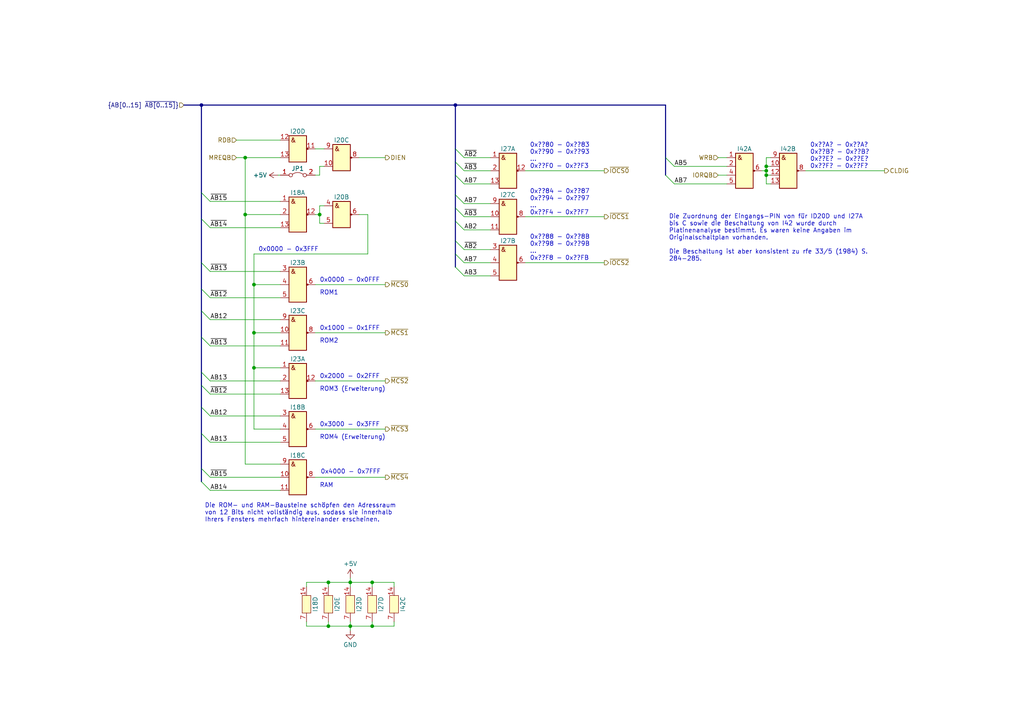
<source format=kicad_sch>
(kicad_sch (version 20230121) (generator eeschema)
  (paper "A4")
  (title_block (title "Adressdekoder"))
  (lib_symbols
    (symbol "Jumper:Jumper_2_Bridged" (pin_names (offset 0) hide)
      (property "Reference" "JP" (at 0 1.905 0))
      (property "Value" "Jumper_2_Bridged" (at 0 -2.54 0))
      (symbol "Jumper_2_Bridged_0_0"
        (circle (center -2.032 0) (radius 0.508))
        (circle (center 2.032 0) (radius 0.508))
      )
      (symbol "Jumper_2_Bridged_0_1"
        (arc (start 1.524 0.254) (mid 0 0.762) (end -1.524 0.254))
      )
      (symbol "Jumper_2_Bridged_1_1"
        (pin passive line (at -5.08 0 0) (length 2.54) (name "A") (number "1"))
        (pin passive line (at 5.08 0 180) (length 2.54) (name "B") (number "2"))
      )
    )
    (symbol "RFT_Digitalschaltkreise:D100D" (pin_names (offset 1.016) hide)
      (property "Reference" "U" (at 0 5.08 0))
      (property "Value" "D100D" (at 0 -5.08 0))
      (symbol "D100D_1_0"
        (pin output line (at 5.08 0 180) (length 2.54) (name "Y1") (number "3"))
      )
      (symbol "D100D_1_1"
        (rectangle (start -2.54 3.81) (end 2.54 -3.81) (stroke (width 0.254)) (fill (type background)))
        (circle (center 2.8448 0) (radius 0.2032) (fill (type outline)))
        (text "&" (at -1.27 2.54 0) (effects (font (size 1.27 1.27))))
        (pin input line (at -5.08 2.54 0) (length 2.54) (name "A1") (number "1"))
        (pin input line (at -5.08 -2.54 0) (length 2.54) (name "B1") (number "2"))
      )
      (symbol "D100D_2_0"
        (pin input line (at -5.08 2.54 0) (length 2.54) (name "A2") (number "4"))
        (pin input line (at -5.08 -2.54 0) (length 2.54) (name "B2") (number "5"))
        (pin output line (at 5.08 0 180) (length 2.54) (name "Y2") (number "6"))
      )
      (symbol "D100D_2_1"
        (rectangle (start -2.54 3.81) (end 2.54 -3.81) (stroke (width 0.254)) (fill (type background)))
        (circle (center 2.8448 0) (radius 0.2032) (fill (type outline)))
        (text "&" (at -1.27 2.54 0) (effects (font (size 1.27 1.27))))
      )
      (symbol "D100D_3_0"
        (pin output line (at 5.08 0 180) (length 2.54) (name "Y3") (number "8"))
      )
      (symbol "D100D_3_1"
        (rectangle (start -2.54 3.81) (end 2.54 -3.81) (stroke (width 0.254)) (fill (type background)))
        (circle (center 2.8448 0) (radius 0.2032) (fill (type outline)))
        (text "&" (at -1.27 2.54 0) (effects (font (size 1.27 1.27))))
        (pin input line (at -5.08 -2.54 0) (length 2.54) (name "B3") (number "10"))
        (pin input line (at -5.08 2.54 0) (length 2.54) (name "A3") (number "9"))
      )
      (symbol "D100D_4_0"
        (pin output line (at 5.08 0 180) (length 2.54) (name "Y4") (number "11"))
      )
      (symbol "D100D_4_1"
        (rectangle (start -2.54 3.81) (end 2.54 -3.81) (stroke (width 0.254)) (fill (type background)))
        (circle (center 2.8448 0) (radius 0.2032) (fill (type outline)))
        (text "&" (at -1.27 2.54 0) (effects (font (size 1.27 1.27))))
        (pin input line (at -5.08 2.54 0) (length 2.54) (name "A4") (number "12"))
        (pin input line (at -5.08 -2.54 0) (length 2.54) (name "B4") (number "13"))
      )
      (symbol "D100D_5_1"
        (rectangle (start -1.27 2.54) (end 1.27 -2.54) (fill (type background)))
        (pin power_in line (at 0 5.08 270) (length 2.54) (name "Vcc") (number "14"))
        (pin power_in line (at 0 -5.08 90) (length 2.54) (name "GND") (number "7"))
      )
    )
    (symbol "RFT_Digitalschaltkreise:D110D" (pin_names (offset 1.016) hide)
      (property "Reference" "U" (at 0 6.35 0))
      (property "Value" "D110D" (at 0 -6.35 0))
      (symbol "D110D_1_0"
        (pin output line (at 5.08 0 180) (length 2.54) (name "Y1") (number "12"))
      )
      (symbol "D110D_1_1"
        (rectangle (start -2.54 5.08) (end 2.54 -5.08) (stroke (width 0.254)) (fill (type background)))
        (circle (center 2.8448 0) (radius 0.2032) (fill (type outline)))
        (text "&" (at -1.27 3.81 0) (effects (font (size 1.27 1.27))))
        (pin input line (at -5.08 3.81 0) (length 2.54) (name "A1") (number "1"))
        (pin input line (at -5.08 -3.81 0) (length 2.54) (name "C1") (number "13"))
        (pin input line (at -5.08 0 0) (length 2.54) (name "B1") (number "2"))
      )
      (symbol "D110D_2_1"
        (rectangle (start -2.54 5.08) (end 2.54 -5.08) (stroke (width 0.254)) (fill (type background)))
        (circle (center 2.8448 0) (radius 0.2032) (fill (type outline)))
        (text "&" (at -1.27 3.81 0) (effects (font (size 1.27 1.27))))
        (pin input line (at -5.08 3.81 0) (length 2.54) (name "A2") (number "3"))
        (pin input line (at -5.08 0 0) (length 2.54) (name "B2") (number "4"))
        (pin input line (at -5.08 -3.81 0) (length 2.54) (name "C2") (number "5"))
        (pin output line (at 5.08 0 180) (length 2.54) (name "Y2") (number "6"))
      )
      (symbol "D110D_3_1"
        (rectangle (start -2.54 5.08) (end 2.54 -5.08) (stroke (width 0.254)) (fill (type background)))
        (circle (center 2.8448 0) (radius 0.2032) (fill (type outline)))
        (text "&" (at -1.27 3.81 0) (effects (font (size 1.27 1.27))))
        (pin input line (at -5.08 0 0) (length 2.54) (name "B3") (number "10"))
        (pin input line (at -5.08 -3.81 0) (length 2.54) (name "C3") (number "11"))
        (pin output line (at 5.08 0 180) (length 2.54) (name "Y3") (number "8"))
        (pin input line (at -5.08 3.81 0) (length 2.54) (name "A3") (number "9"))
      )
      (symbol "D110D_4_1"
        (rectangle (start -1.27 2.54) (end 1.27 -2.54) (fill (type background)))
        (pin power_in line (at 0 5.08 270) (length 2.54) (name "Vcc") (number "14"))
        (pin power_in line (at 0 -5.08 90) (length 2.54) (name "GND") (number "7"))
      )
    )
    (symbol "RFT_Digitalschaltkreise:D120D" (pin_names (offset 1.016) hide)
      (property "Reference" "U" (at 0 6.35 0))
      (property "Value" "D120D" (at 0 -6.35 0))
      (symbol "D120D_1_0"
        (pin output line (at 5.08 0 180) (length 2.54) (name "Y1") (number "6"))
      )
      (symbol "D120D_1_1"
        (rectangle (start -2.54 5.08) (end 2.54 -5.08) (stroke (width 0.254)) (fill (type background)))
        (circle (center 2.8448 0) (radius 0.2032) (fill (type outline)))
        (text "&" (at -1.27 3.81 0) (effects (font (size 1.27 1.27))))
        (pin input line (at -5.08 3.81 0) (length 2.54) (name "A1") (number "1"))
        (pin input line (at -5.08 1.27 0) (length 2.54) (name "B1") (number "2"))
        (pin no_connect line (at 5.08 2.54 180) (length 2.54) hide (name "n.c.") (number "3"))
        (pin input line (at -5.08 -1.27 0) (length 2.54) (name "C1") (number "4"))
        (pin input line (at -5.08 -3.81 0) (length 2.54) (name "D1") (number "5"))
      )
      (symbol "D120D_2_1"
        (rectangle (start -2.54 5.08) (end 2.54 -5.08) (stroke (width 0.254)) (fill (type background)))
        (circle (center 2.8448 0) (radius 0.2032) (fill (type outline)))
        (text "&" (at -1.27 3.81 0) (effects (font (size 1.27 1.27))))
        (pin input line (at -5.08 1.27 0) (length 2.54) (name "B2") (number "10"))
        (pin no_connect line (at 5.08 2.54 180) (length 2.54) hide (name "n.c.") (number "11"))
        (pin input line (at -5.08 -1.27 0) (length 2.54) (name "C2") (number "12"))
        (pin input line (at -5.08 -3.81 0) (length 2.54) (name "D2") (number "13"))
        (pin output line (at 5.08 0 180) (length 2.54) (name "Y2") (number "8"))
        (pin input line (at -5.08 3.81 0) (length 2.54) (name "A2") (number "9"))
      )
      (symbol "D120D_3_1"
        (rectangle (start -1.27 2.54) (end 1.27 -2.54) (fill (type background)))
        (pin power_in line (at 0 5.08 270) (length 2.54) (name "Vcc") (number "14"))
        (pin power_in line (at 0 -5.08 90) (length 2.54) (name "GND") (number "7"))
      )
    )
    (symbol "power:+5V" (power) (pin_names (offset 0))
      (property "Value" "+5V" (at 0 3.556 0))
      (symbol "+5V_0_1"
        (polyline (pts (xy -0.762 1.27) (xy 0 2.54)))
        (polyline (pts (xy 0 0) (xy 0 2.54)))
        (polyline (pts (xy 0 2.54) (xy 0.762 1.27)))
      )
      (symbol "+5V_1_1"
        (pin power_in line (at 0 0 90) (length 0) hide (name "+5V") (number "1"))
      )
    )
    (symbol "power:GND" (power) (pin_names (offset 0))
      (property "Value" "GND" (at 0 -3.81 0))
      (symbol "GND_0_1"
        (polyline (pts (xy 0 0) (xy 0 -1.27) (xy 1.27 -1.27) (xy 0 -2.54) (xy -1.27 -1.27) (xy 0 -1.27)))
      )
      (symbol "GND_1_1"
        (pin power_in line (at 0 0 270) (length 0) hide (name "GND") (number "1"))
      )
    )
  )
  (junction (at 222.25 48.26))
  (junction (at 58.42 30.48))
  (junction (at 71.12 62.23))
  (junction (at 107.95 168.91))
  (junction (at 132.08 30.48))
  (junction (at 73.66 82.55))
  (junction (at 222.25 50.8))
  (junction (at 222.25 49.53))
  (junction (at 71.12 45.72))
  (junction (at 92.71 62.23))
  (junction (at 95.25 181.61))
  (junction (at 95.25 168.91))
  (junction (at 101.6 168.91))
  (junction (at 73.66 106.68))
  (junction (at 101.6 181.61))
  (junction (at 73.66 96.52))
  (junction (at 107.95 181.61))
  (bus_entry (at 58.42 90.17) (size 2.54 2.54))
  (bus_entry (at 58.42 97.79) (size 2.54 2.54))
  (bus_entry (at 132.08 50.8) (size 2.54 2.54))
  (bus_entry (at 132.08 60.325) (size 2.54 2.54))
  (bus_entry (at 132.08 46.99) (size 2.54 2.54))
  (bus_entry (at 193.04 45.72) (size 2.54 2.54))
  (bus_entry (at 58.42 55.88) (size 2.54 2.54))
  (bus_entry (at 58.42 118.11) (size 2.54 2.54))
  (bus_entry (at 58.42 63.5) (size 2.54 2.54))
  (bus_entry (at 58.42 139.7) (size 2.54 2.54))
  (bus_entry (at 132.08 43.18) (size 2.54 2.54))
  (bus_entry (at 58.42 76.2) (size 2.54 2.54))
  (bus_entry (at 58.42 111.76) (size 2.54 2.54))
  (bus_entry (at 132.08 73.66) (size 2.54 2.54))
  (bus_entry (at 58.42 83.82) (size 2.54 2.54))
  (bus_entry (at 132.08 69.85) (size 2.54 2.54))
  (bus_entry (at 58.42 135.89) (size 2.54 2.54))
  (bus_entry (at 58.42 107.95) (size 2.54 2.54))
  (bus_entry (at 193.04 50.8) (size 2.54 2.54))
  (bus_entry (at 132.08 64.135) (size 2.54 2.54))
  (bus_entry (at 132.08 77.47) (size 2.54 2.54))
  (bus_entry (at 58.42 125.73) (size 2.54 2.54))
  (bus_entry (at 132.08 56.515) (size 2.54 2.54))
  (wire (pts (xy 107.95 170.18) (xy 107.95 168.91)))
  (bus (pts (xy 132.08 30.48) (xy 193.04 30.48)))
  (wire (pts (xy 73.66 106.68) (xy 81.28 106.68)))
  (bus (pts (xy 132.08 69.85) (xy 132.08 73.66)))
  (wire (pts (xy 222.25 45.72) (xy 223.52 45.72)))
  (bus (pts (xy 193.04 45.72) (xy 193.04 50.8)))
  (wire (pts (xy 222.25 53.34) (xy 222.25 50.8)))
  (wire (pts (xy 107.95 181.61) (xy 114.3 181.61)))
  (wire (pts (xy 60.96 128.27) (xy 81.28 128.27)))
  (bus (pts (xy 58.42 111.76) (xy 58.42 118.11)))
  (bus (pts (xy 53.34 30.48) (xy 58.42 30.48)))
  (bus (pts (xy 58.42 135.89) (xy 58.42 139.7)))
  (wire (pts (xy 91.44 110.49) (xy 111.76 110.49)))
  (wire (pts (xy 222.25 48.26) (xy 223.52 48.26)))
  (wire (pts (xy 134.62 53.34) (xy 142.24 53.34)))
  (wire (pts (xy 134.62 80.01) (xy 142.24 80.01)))
  (wire (pts (xy 68.58 45.72) (xy 71.12 45.72)))
  (wire (pts (xy 60.96 66.04) (xy 81.28 66.04)))
  (wire (pts (xy 114.3 170.18) (xy 114.3 168.91)))
  (wire (pts (xy 208.28 50.8) (xy 210.82 50.8)))
  (wire (pts (xy 92.71 59.69) (xy 93.98 59.69)))
  (wire (pts (xy 73.66 96.52) (xy 81.28 96.52)))
  (wire (pts (xy 134.62 72.39) (xy 142.24 72.39)))
  (wire (pts (xy 107.95 168.91) (xy 101.6 168.91)))
  (wire (pts (xy 134.62 59.055) (xy 142.24 59.055)))
  (wire (pts (xy 195.58 48.26) (xy 210.82 48.26)))
  (bus (pts (xy 58.42 97.79) (xy 58.42 107.95)))
  (wire (pts (xy 134.62 66.675) (xy 142.24 66.675)))
  (wire (pts (xy 223.52 53.34) (xy 222.25 53.34)))
  (wire (pts (xy 93.98 64.77) (xy 92.71 64.77)))
  (wire (pts (xy 101.6 181.61) (xy 107.95 181.61)))
  (wire (pts (xy 91.44 96.52) (xy 111.76 96.52)))
  (wire (pts (xy 104.14 45.72) (xy 111.76 45.72)))
  (wire (pts (xy 88.9 181.61) (xy 95.25 181.61)))
  (wire (pts (xy 95.25 168.91) (xy 101.6 168.91)))
  (bus (pts (xy 132.08 43.18) (xy 132.08 46.99)))
  (wire (pts (xy 107.95 181.61) (xy 107.95 180.34)))
  (wire (pts (xy 91.44 124.46) (xy 111.76 124.46)))
  (bus (pts (xy 132.08 50.8) (xy 132.08 56.515)))
  (bus (pts (xy 58.42 125.73) (xy 58.42 135.89)))
  (wire (pts (xy 134.62 45.72) (xy 142.24 45.72)))
  (bus (pts (xy 58.42 118.11) (xy 58.42 125.73)))
  (bus (pts (xy 132.08 73.66) (xy 132.08 77.47)))
  (wire (pts (xy 73.66 82.55) (xy 81.28 82.55)))
  (wire (pts (xy 152.4 62.865) (xy 175.26 62.865)))
  (wire (pts (xy 60.96 58.42) (xy 81.28 58.42)))
  (wire (pts (xy 73.66 96.52) (xy 73.66 106.68)))
  (wire (pts (xy 95.25 181.61) (xy 101.6 181.61)))
  (wire (pts (xy 101.6 168.91) (xy 101.6 167.64)))
  (wire (pts (xy 222.25 49.53) (xy 222.25 48.26)))
  (wire (pts (xy 60.96 114.3) (xy 81.28 114.3)))
  (wire (pts (xy 95.25 168.91) (xy 95.25 170.18)))
  (wire (pts (xy 92.71 62.23) (xy 92.71 64.77)))
  (wire (pts (xy 60.96 138.43) (xy 81.28 138.43)))
  (wire (pts (xy 114.3 181.61) (xy 114.3 180.34)))
  (bus (pts (xy 193.04 30.48) (xy 193.04 45.72)))
  (wire (pts (xy 88.9 170.18) (xy 88.9 168.91)))
  (bus (pts (xy 132.08 46.99) (xy 132.08 50.8)))
  (wire (pts (xy 91.44 50.8) (xy 92.71 50.8)))
  (wire (pts (xy 91.44 62.23) (xy 92.71 62.23)))
  (wire (pts (xy 81.28 50.8) (xy 80.645 50.8)))
  (wire (pts (xy 88.9 168.91) (xy 95.25 168.91)))
  (wire (pts (xy 60.96 92.71) (xy 81.28 92.71)))
  (wire (pts (xy 195.58 53.34) (xy 210.82 53.34)))
  (wire (pts (xy 222.25 48.26) (xy 222.25 45.72)))
  (wire (pts (xy 106.68 62.23) (xy 106.68 73.66)))
  (wire (pts (xy 92.71 62.23) (xy 92.71 59.69)))
  (wire (pts (xy 71.12 62.23) (xy 71.12 134.62)))
  (wire (pts (xy 95.25 180.34) (xy 95.25 181.61)))
  (wire (pts (xy 101.6 168.91) (xy 101.6 170.18)))
  (wire (pts (xy 101.6 180.34) (xy 101.6 181.61)))
  (bus (pts (xy 132.08 56.515) (xy 132.08 60.325)))
  (wire (pts (xy 233.68 49.53) (xy 256.54 49.53)))
  (wire (pts (xy 60.96 142.24) (xy 81.28 142.24)))
  (wire (pts (xy 101.6 181.61) (xy 101.6 182.88)))
  (wire (pts (xy 208.28 45.72) (xy 210.82 45.72)))
  (wire (pts (xy 223.52 50.8) (xy 222.25 50.8)))
  (wire (pts (xy 81.28 45.72) (xy 71.12 45.72)))
  (bus (pts (xy 58.42 107.95) (xy 58.42 111.76)))
  (wire (pts (xy 152.4 76.2) (xy 175.26 76.2)))
  (wire (pts (xy 60.96 100.33) (xy 81.28 100.33)))
  (bus (pts (xy 58.42 76.2) (xy 58.42 83.82)))
  (wire (pts (xy 134.62 49.53) (xy 142.24 49.53)))
  (bus (pts (xy 58.42 90.17) (xy 58.42 97.79)))
  (wire (pts (xy 152.4 49.53) (xy 175.26 49.53)))
  (bus (pts (xy 132.08 30.48) (xy 132.08 43.18)))
  (wire (pts (xy 92.71 48.26) (xy 92.71 50.8)))
  (wire (pts (xy 71.12 134.62) (xy 81.28 134.62)))
  (wire (pts (xy 88.9 180.34) (xy 88.9 181.61)))
  (wire (pts (xy 68.58 40.64) (xy 81.28 40.64)))
  (wire (pts (xy 91.44 43.18) (xy 93.98 43.18)))
  (wire (pts (xy 60.96 86.36) (xy 81.28 86.36)))
  (wire (pts (xy 73.66 124.46) (xy 81.28 124.46)))
  (wire (pts (xy 134.62 76.2) (xy 142.24 76.2)))
  (wire (pts (xy 114.3 168.91) (xy 107.95 168.91)))
  (wire (pts (xy 73.66 82.55) (xy 73.66 96.52)))
  (bus (pts (xy 132.08 60.325) (xy 132.08 64.135)))
  (wire (pts (xy 220.98 49.53) (xy 222.25 49.53)))
  (bus (pts (xy 132.08 64.135) (xy 132.08 69.85)))
  (wire (pts (xy 71.12 45.72) (xy 71.12 62.23)))
  (wire (pts (xy 104.14 62.23) (xy 106.68 62.23)))
  (bus (pts (xy 58.42 83.82) (xy 58.42 90.17)))
  (wire (pts (xy 60.96 120.65) (xy 81.28 120.65)))
  (wire (pts (xy 73.66 106.68) (xy 73.66 124.46)))
  (bus (pts (xy 58.42 55.88) (xy 58.42 63.5)))
  (bus (pts (xy 58.42 30.48) (xy 58.42 55.88)))
  (wire (pts (xy 60.96 78.74) (xy 81.28 78.74)))
  (bus (pts (xy 58.42 63.5) (xy 58.42 76.2)))
  (wire (pts (xy 222.25 50.8) (xy 222.25 49.53)))
  (wire (pts (xy 93.98 48.26) (xy 92.71 48.26)))
  (bus (pts (xy 58.42 30.48) (xy 132.08 30.48)))
  (wire (pts (xy 106.68 73.66) (xy 73.66 73.66)))
  (wire (pts (xy 71.12 62.23) (xy 81.28 62.23)))
  (wire (pts (xy 91.44 82.55) (xy 111.76 82.55)))
  (wire (pts (xy 134.62 62.865) (xy 142.24 62.865)))
  (wire (pts (xy 60.96 110.49) (xy 81.28 110.49)))
  (wire (pts (xy 73.66 73.66) (xy 73.66 82.55)))
  (wire (pts (xy 91.44 138.43) (xy 111.76 138.43)))
  (text_box "Die Zuordnung der Eingangs-PIN von für ID20D und I27A bis C sowie die Beschaltung von I42 wurde durch Platinenanalyse bestimmt. Es waren keine Angaben im Originalschaltplan vorhanden.\n\nDie Beschaltung ist aber konsistent zu rfe 33/5 (1984) S. 284-285." (at 193.04 60.96 0) (size 60.96 17.78) (stroke (width -0.0001)) (effects (font (size 1.27 1.27)) (justify left top)))
  (text_box "Die ROM- und RAM-Bausteine schöpfen den Adressraum von 12 Bits nicht vollständig aus, sodass sie innerhalb Ihrers Fensters mehrfach hintereinander erscheinen." (at 58.42 144.78 0) (size 58.674 7.62) (stroke (width -0.0001)) (effects (font (size 1.27 1.27)) (justify left top)))
  (text "0x0000 - 0x3FFF" (at 74.93 73.152 0) (effects (font (size 1.27 1.27)) (justify left bottom)))
  (text "0x0000 - 0x0FFF" (at 92.71 82.042 0) (effects (font (size 1.27 1.27)) (justify left bottom)))
  (text "ROM4 (Erweiterung)" (at 92.71 127.635 0) (effects (font (size 1.27 1.27)) (justify left bottom)))
  (text "0x??84 - 0x??87\n0x??94 - 0x??97\n...\n0x??F4 - 0x??F7" (at 153.67 62.484 0) (effects (font (size 1.27 1.27)) (justify left bottom)))
  (text "0x2000 - 0x2FFF" (at 92.71 109.982 0) (effects (font (size 1.27 1.27)) (justify left bottom)))
  (text "0x1000 - 0x1FFF" (at 92.71 96.012 0) (effects (font (size 1.27 1.27)) (justify left bottom)))
  (text "ROM1" (at 92.71 85.725 0) (effects (font (size 1.27 1.27)) (justify left bottom)))
  (text "0x3000 - 0x3FFF" (at 92.71 123.952 0) (effects (font (size 1.27 1.27)) (justify left bottom)))
  (text "RAM" (at 92.71 141.605 0) (effects (font (size 1.27 1.27)) (justify left bottom)))
  (text "ROM3 (Erweiterung)" (at 92.71 113.665 0) (effects (font (size 1.27 1.27)) (justify left bottom)))
  (text "0x??A? - 0x??A?\n0x??B? - 0x??B?\n0x??E? - 0x??E?\n0x??F? - 0x??F?" (at 234.95 49.022 0) (effects (font (size 1.27 1.27)) (justify left bottom)))
  (text "0x??80 - 0x??83\n0x??90 - 0x??93\n...\n0x??F0 - 0x??F3" (at 153.67 49.022 0) (effects (font (size 1.27 1.27)) (justify left bottom)))
  (text "0x??88 - 0x??8B\n0x??98 - 0x??9B\n...\n0x??F8 - 0x??FB" (at 153.67 75.692 0) (effects (font (size 1.27 1.27)) (justify left bottom)))
  (text "ROM2" (at 92.71 99.695 0) (effects (font (size 1.27 1.27)) (justify left bottom)))
  (text "0x4000 - 0x7FFF" (at 92.964 137.668 0) (effects (font (size 1.27 1.27)) (justify left bottom)))
  (label "AB7" (at 134.62 76.2 0))
  (label "~{AB12}" (at 60.96 86.36 0))
  (label "AB13" (at 60.96 110.49 0))
  (label "~{AB14}" (at 60.96 66.04 0))
  (label "AB14" (at 60.96 142.24 0))
  (label "AB7" (at 134.62 53.34 0))
  (label "AB3" (at 134.62 80.01 0))
  (label "~{AB2}" (at 134.62 45.72 0))
  (label "~{AB12}" (at 60.96 114.3 0))
  (label "~{AB15}" (at 60.96 138.43 0))
  (label "AB12" (at 60.96 120.65 0))
  (label "~{AB3}" (at 134.62 49.53 0))
  (label "AB2" (at 134.62 66.675 0))
  (label "AB13" (at 60.96 128.27 0))
  (label "~{AB13}" (at 60.96 100.33 0))
  (label "~{AB15}" (at 60.96 58.42 0))
  (label "~{AB3}" (at 134.62 62.865 0))
  (label "AB7" (at 195.58 53.34 0))
  (label "AB7" (at 134.62 59.055 0))
  (label "AB5" (at 195.58 48.26 0))
  (label "~{AB13}" (at 60.96 78.74 0))
  (label "AB12" (at 60.96 92.71 0))
  (label "~{AB2}" (at 134.62 72.39 0))
  (hierarchical_label "~{MCS1}" (shape output) (at 111.76 96.52 0))
  (hierarchical_label "RDB" (shape input) (at 68.58 40.64 180))
  (hierarchical_label "~{MCS4}" (shape output) (at 111.76 138.43 0))
  (hierarchical_label "{AB[0..15] ~{AB[0..15]}}" (shape input) (at 53.34 30.48 180))
  (hierarchical_label "~{IOCS2}" (shape output) (at 175.26 76.2 0))
  (hierarchical_label "~{MCS3}" (shape output) (at 111.76 124.46 0))
  (hierarchical_label "~{IOCS0}" (shape output) (at 175.26 49.53 0))
  (hierarchical_label "IORQB" (shape input) (at 208.28 50.8 180))
  (hierarchical_label "~{IOCS1}" (shape output) (at 175.26 62.865 0))
  (hierarchical_label "CLDIG" (shape output) (at 256.54 49.53 0))
  (hierarchical_label "MREQB" (shape input) (at 68.58 45.72 180))
  (hierarchical_label "DIEN" (shape output) (at 111.76 45.72 0))
  (hierarchical_label "~{MCS2}" (shape output) (at 111.76 110.49 0))
  (hierarchical_label "~{MCS0}" (shape output) (at 111.76 82.55 0))
  (hierarchical_label "WRB" (shape input) (at 208.28 45.72 180))
  (symbol (lib_id "RFT_Digitalschaltkreise:D110D") (at 147.32 49.53 0) (unit 1)
    (property "Reference" "I27" (at 147.32 43.18 0))
    (property "Value" "D110D" (effects hide))
    (property "Datasheet" "https://www-user.tu-chemnitz.de/~heha/basteln/Konsumg%C3%BCter/DDR-Halbleiter/d110.gif" (effects hide))
  )
  (symbol (lib_id "RFT_Digitalschaltkreise:D110D") (at 147.32 76.2 0) (unit 2)
    (property "Reference" "I27" (at 147.32 69.85 0))
    (property "Value" "D110D" (effects hide))
    (property "Datasheet" "https://www-user.tu-chemnitz.de/~heha/basteln/Konsumg%C3%BCter/DDR-Halbleiter/d110.gif" (effects hide))
  )
  (symbol (lib_id "RFT_Digitalschaltkreise:D100D") (at 86.36 43.18 0) (unit 4)
    (property "Reference" "I20" (at 86.36 38.1 0))
    (property "Value" "D100D" (effects hide))
    (property "Datasheet" "https://www-user.tu-chemnitz.de/~heha/basteln/Konsumg%C3%BCter/DDR-Halbleiter/d100.gif" (effects hide))
  )
  (symbol (lib_id "Jumper:Jumper_2_Bridged") (at 86.36 50.8 0) (unit 1)
    (property "Reference" "JP1" (at 86.36 48.895 0))
    (property "Value" "Jumper_2_Bridged" (effects hide))
  )
  (symbol (lib_id "RFT_Digitalschaltkreise:D110D") (at 101.6 175.26 0) (unit 4)
    (property "Reference" "I23" (at 104.14 175.26 90))
    (property "Value" "D110D" (effects hide))
    (property "Datasheet" "https://www-user.tu-chemnitz.de/~heha/basteln/Konsumg%C3%BCter/DDR-Halbleiter/d110.gif" (effects hide))
  )
  (symbol (lib_id "RFT_Digitalschaltkreise:D120D") (at 228.6 49.53 0) (unit 2)
    (property "Reference" "I42" (at 228.6 43.18 0))
    (property "Value" "D120D" (effects hide))
    (property "Datasheet" "https://www-user.tu-chemnitz.de/~heha/basteln/Konsumg%C3%BCter/DDR-Halbleiter/d120.gif" (effects hide))
  )
  (symbol (lib_id "RFT_Digitalschaltkreise:D110D") (at 86.36 62.23 0) (unit 1)
    (property "Reference" "I18" (at 86.36 55.88 0))
    (property "Value" "D110D" (effects hide))
    (property "Datasheet" "https://www-user.tu-chemnitz.de/~heha/basteln/Konsumg%C3%BCter/DDR-Halbleiter/d110.gif" (effects hide))
  )
  (symbol (lib_id "RFT_Digitalschaltkreise:D110D") (at 86.36 82.55 0) (unit 2)
    (property "Reference" "I23" (at 86.36 76.2 0))
    (property "Value" "D110D" (effects hide))
    (property "Datasheet" "https://www-user.tu-chemnitz.de/~heha/basteln/Konsumg%C3%BCter/DDR-Halbleiter/d110.gif" (effects hide))
  )
  (symbol (lib_id "power:+5V") (at 80.645 50.8 90) (unit 1)
    (property "Reference" "#PWR033" (effects hide))
    (property "Value" "+5V" (at 77.4701 50.8 90) (effects (justify left)))
  )
  (symbol (lib_id "RFT_Digitalschaltkreise:D110D") (at 86.36 96.52 0) (unit 3)
    (property "Reference" "I23" (at 86.36 90.17 0))
    (property "Value" "D110D" (effects hide))
    (property "Datasheet" "https://www-user.tu-chemnitz.de/~heha/basteln/Konsumg%C3%BCter/DDR-Halbleiter/d110.gif" (effects hide))
  )
  (symbol (lib_id "RFT_Digitalschaltkreise:D110D") (at 147.32 62.865 0) (unit 3)
    (property "Reference" "I27" (at 147.32 56.515 0))
    (property "Value" "D110D" (effects hide))
    (property "Datasheet" "https://www-user.tu-chemnitz.de/~heha/basteln/Konsumg%C3%BCter/DDR-Halbleiter/d110.gif" (effects hide))
  )
  (symbol (lib_id "RFT_Digitalschaltkreise:D110D") (at 88.9 175.26 0) (unit 4)
    (property "Reference" "I18" (at 91.44 175.26 90))
    (property "Value" "D110D" (effects hide))
    (property "Datasheet" "https://www-user.tu-chemnitz.de/~heha/basteln/Konsumg%C3%BCter/DDR-Halbleiter/d110.gif" (effects hide))
  )
  (symbol (lib_id "power:+5V") (at 101.6 167.64 0) (unit 1)
    (property "Reference" "#PWR034" (effects hide))
    (property "Value" "+5V" (at 101.6 163.5069 0))
  )
  (symbol (lib_id "RFT_Digitalschaltkreise:D120D") (at 114.3 175.26 0) (unit 3)
    (property "Reference" "I42" (at 116.84 175.26 90))
    (property "Value" "D120D" (effects hide))
    (property "Datasheet" "https://www-user.tu-chemnitz.de/~heha/basteln/Konsumg%C3%BCter/DDR-Halbleiter/d120.gif" (effects hide))
  )
  (symbol (lib_id "RFT_Digitalschaltkreise:D100D") (at 95.25 175.26 0) (unit 5)
    (property "Reference" "I20" (at 97.79 175.26 90))
    (property "Value" "D100D" (effects hide))
    (property "Datasheet" "https://www-user.tu-chemnitz.de/~heha/basteln/Konsumg%C3%BCter/DDR-Halbleiter/d100.gif" (effects hide))
  )
  (symbol (lib_id "RFT_Digitalschaltkreise:D110D") (at 86.36 124.46 0) (unit 2)
    (property "Reference" "I18" (at 86.36 118.11 0))
    (property "Value" "D110D" (effects hide))
    (property "Datasheet" "https://www-user.tu-chemnitz.de/~heha/basteln/Konsumg%C3%BCter/DDR-Halbleiter/d110.gif" (effects hide))
  )
  (symbol (lib_id "power:GND") (at 101.6 182.88 0) (unit 1)
    (property "Reference" "#PWR035" (effects hide))
    (property "Value" "GND" (at 101.6 187.0131 0))
  )
  (symbol (lib_id "RFT_Digitalschaltkreise:D120D") (at 215.9 49.53 0) (unit 1)
    (property "Reference" "I42" (at 215.9 43.18 0))
    (property "Value" "D120D" (effects hide))
    (property "Datasheet" "https://www-user.tu-chemnitz.de/~heha/basteln/Konsumg%C3%BCter/DDR-Halbleiter/d120.gif" (effects hide))
  )
  (symbol (lib_id "RFT_Digitalschaltkreise:D110D") (at 86.36 138.43 0) (unit 3)
    (property "Reference" "I18" (at 86.36 132.08 0))
    (property "Value" "D110D" (effects hide))
    (property "Datasheet" "https://www-user.tu-chemnitz.de/~heha/basteln/Konsumg%C3%BCter/DDR-Halbleiter/d110.gif" (effects hide))
  )
  (symbol (lib_id "RFT_Digitalschaltkreise:D100D") (at 99.06 45.72 0) (unit 3)
    (property "Reference" "I20" (at 99.06 40.64 0))
    (property "Value" "D100D" (effects hide))
    (property "Datasheet" "https://www-user.tu-chemnitz.de/~heha/basteln/Konsumg%C3%BCter/DDR-Halbleiter/d100.gif" (effects hide))
  )
  (symbol (lib_id "RFT_Digitalschaltkreise:D110D") (at 86.36 110.49 0) (unit 1)
    (property "Reference" "I23" (at 86.36 104.14 0))
    (property "Value" "D110D" (effects hide))
    (property "Datasheet" "https://www-user.tu-chemnitz.de/~heha/basteln/Konsumg%C3%BCter/DDR-Halbleiter/d110.gif" (effects hide))
  )
  (symbol (lib_id "RFT_Digitalschaltkreise:D100D") (at 99.06 62.23 0) (unit 2)
    (property "Reference" "I20" (at 99.06 57.15 0))
    (property "Value" "D100D" (effects hide))
    (property "Datasheet" "https://www-user.tu-chemnitz.de/~heha/basteln/Konsumg%C3%BCter/DDR-Halbleiter/d100.gif" (effects hide))
  )
  (symbol (lib_id "RFT_Digitalschaltkreise:D110D") (at 107.95 175.26 0) (unit 4)
    (property "Reference" "I27" (at 110.49 175.26 90))
    (property "Value" "D110D" (effects hide))
    (property "Datasheet" "https://www-user.tu-chemnitz.de/~heha/basteln/Konsumg%C3%BCter/DDR-Halbleiter/d110.gif" (effects hide))
  )
)
</source>
